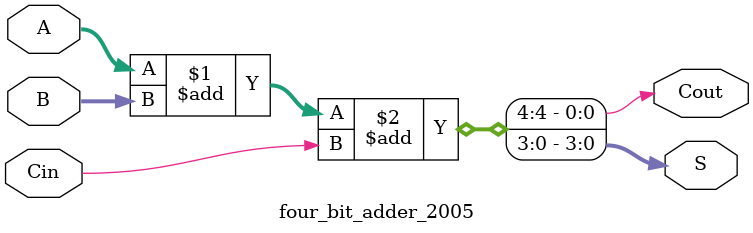
<source format=v>
module four_bit_adder_2005 (
    input [3:0]     A, B,
    input           Cin,
    output [3:0]    S,
    output          Cout
);
    assign {Cout, S} = A + B + Cin;
endmodule

</source>
